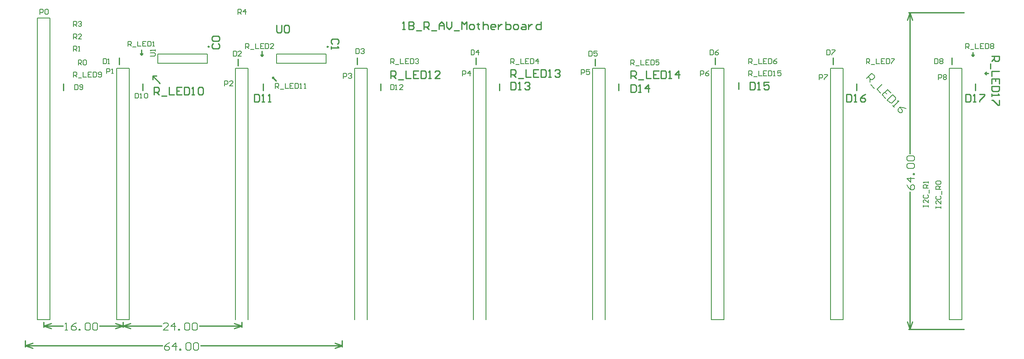
<source format=gto>
%FSLAX42Y42*%
%MOMM*%
G71*
G01*
G75*
%ADD10C,1.00*%
%ADD11R,1.05X1.30*%
%ADD12R,1.30X1.05*%
%ADD13O,0.60X2.20*%
%ADD14C,0.25*%
%ADD15R,1.50X1.50*%
%ADD16C,1.50*%
%ADD17C,3.81*%
%ADD18C,0.61*%
%ADD19C,0.76*%
%ADD20C,0.25*%
%ADD21C,0.20*%
%ADD22C,0.20*%
%ADD23C,0.15*%
D14*
X18325Y6907D02*
X19441D01*
X18325Y507D02*
X19441D01*
X18350Y4050D02*
Y6907D01*
Y507D02*
Y3283D01*
X18299Y6755D02*
X18350Y6907D01*
X18401Y6755D01*
X18350Y507D02*
X18401Y660D01*
X18299D02*
X18350Y507D01*
X4875Y550D02*
Y650D01*
X2475Y550D02*
Y650D01*
X4018Y575D02*
X4875D01*
X2475D02*
X3251D01*
X4723Y626D02*
X4875Y575D01*
X4723Y524D02*
X4875Y575D01*
X2475D02*
X2627Y524D01*
X2475Y575D02*
X2627Y626D01*
X6900Y150D02*
Y275D01*
X500Y150D02*
Y275D01*
X4043Y175D02*
X6900D01*
X500D02*
X3276D01*
X6748Y226D02*
X6900Y175D01*
X6748Y124D02*
X6900Y175D01*
X500D02*
X652Y124D01*
X500Y175D02*
X652Y226D01*
X875Y550D02*
Y650D01*
X2475Y550D02*
Y650D01*
X875Y575D02*
X1264D01*
X2005D02*
X2475D01*
X875D02*
X1027Y524D01*
X875Y575D02*
X1027Y626D01*
X2323D02*
X2475Y575D01*
X2323Y524D02*
X2475Y575D01*
X10075Y5330D02*
Y5470D01*
X7675Y5330D02*
Y5470D01*
X4800Y5830D02*
Y5970D01*
X7200Y5855D02*
Y5995D01*
X9600Y5855D02*
Y5995D01*
X12000Y5830D02*
Y5970D01*
X14425Y5855D02*
Y5995D01*
X16800Y5855D02*
Y5995D01*
X19200Y5855D02*
Y5995D01*
X1275Y5330D02*
Y5470D01*
X2875Y5330D02*
Y5470D01*
X2400Y5855D02*
Y5995D01*
X3075Y5625D02*
X3225Y5475D01*
X3075Y5550D02*
Y5625D01*
X3150D01*
X2850Y6050D02*
Y6150D01*
X2825Y6075D02*
X2850Y6050D01*
X2875Y6075D01*
X5300Y5330D02*
Y5470D01*
X5275Y6025D02*
Y6125D01*
X5250Y6050D02*
X5275Y6025D01*
X5300Y6050D01*
X5492Y5600D02*
X5567Y5525D01*
X5492Y5600D02*
X5517D01*
X5492Y5575D02*
Y5600D01*
X19675Y5330D02*
Y5470D01*
X19862Y5675D02*
X19938D01*
X19862D02*
X19888Y5700D01*
X19862Y5675D02*
X19888Y5650D01*
X19625Y6025D02*
Y6100D01*
X19600Y6050D02*
X19625Y6025D01*
X19650Y6050D01*
X17275Y5330D02*
Y5470D01*
X14900Y5355D02*
Y5495D01*
X12475Y5330D02*
Y5470D01*
X20000Y6025D02*
X20152D01*
Y5949D01*
X20127Y5923D01*
X20076D01*
X20051Y5949D01*
Y6025D01*
Y5974D02*
X20000Y5923D01*
X19975Y5873D02*
Y5771D01*
X20152Y5720D02*
X20000D01*
Y5619D01*
X20152Y5466D02*
Y5568D01*
X20000D01*
Y5466D01*
X20076Y5568D02*
Y5517D01*
X20152Y5416D02*
X20000D01*
Y5339D01*
X20025Y5314D01*
X20127D01*
X20152Y5339D01*
Y5416D01*
X20000Y5263D02*
Y5212D01*
Y5238D01*
X20152D01*
X20127Y5263D01*
X20152Y5136D02*
Y5035D01*
X20127D01*
X20025Y5136D01*
X20000D01*
X12725Y5575D02*
Y5727D01*
X12801D01*
X12827Y5702D01*
Y5651D01*
X12801Y5626D01*
X12725D01*
X12776D02*
X12827Y5575D01*
X12877Y5550D02*
X12979D01*
X13030Y5727D02*
Y5575D01*
X13131D01*
X13284Y5727D02*
X13182D01*
Y5575D01*
X13284D01*
X13182Y5651D02*
X13233D01*
X13334Y5727D02*
Y5575D01*
X13411D01*
X13436Y5600D01*
Y5702D01*
X13411Y5727D01*
X13334D01*
X13487Y5575D02*
X13538D01*
X13512D01*
Y5727D01*
X13487Y5702D01*
X13690Y5575D02*
Y5727D01*
X13614Y5651D01*
X13715D01*
X10300Y5600D02*
Y5752D01*
X10376D01*
X10402Y5727D01*
Y5676D01*
X10376Y5651D01*
X10300D01*
X10351D02*
X10402Y5600D01*
X10452Y5575D02*
X10554D01*
X10605Y5752D02*
Y5600D01*
X10706D01*
X10859Y5752D02*
X10757D01*
Y5600D01*
X10859D01*
X10757Y5676D02*
X10808D01*
X10909Y5752D02*
Y5600D01*
X10986D01*
X11011Y5625D01*
Y5727D01*
X10986Y5752D01*
X10909D01*
X11062Y5600D02*
X11113D01*
X11087D01*
Y5752D01*
X11062Y5727D01*
X11189D02*
X11214Y5752D01*
X11265D01*
X11290Y5727D01*
Y5702D01*
X11265Y5676D01*
X11239D01*
X11265D01*
X11290Y5651D01*
Y5625D01*
X11265Y5600D01*
X11214D01*
X11189Y5625D01*
X7875Y5575D02*
Y5727D01*
X7951D01*
X7977Y5702D01*
Y5651D01*
X7951Y5626D01*
X7875D01*
X7926D02*
X7977Y5575D01*
X8027Y5550D02*
X8129D01*
X8180Y5727D02*
Y5575D01*
X8281D01*
X8434Y5727D02*
X8332D01*
Y5575D01*
X8434D01*
X8332Y5651D02*
X8383D01*
X8484Y5727D02*
Y5575D01*
X8561D01*
X8586Y5600D01*
Y5702D01*
X8561Y5727D01*
X8484D01*
X8637Y5575D02*
X8688D01*
X8662D01*
Y5727D01*
X8637Y5702D01*
X8865Y5575D02*
X8764D01*
X8865Y5677D01*
Y5702D01*
X8840Y5727D01*
X8789D01*
X8764Y5702D01*
X3100Y5250D02*
Y5402D01*
X3176D01*
X3202Y5377D01*
Y5326D01*
X3176Y5301D01*
X3100D01*
X3151D02*
X3202Y5250D01*
X3252Y5225D02*
X3354D01*
X3405Y5402D02*
Y5250D01*
X3506D01*
X3659Y5402D02*
X3557D01*
Y5250D01*
X3659D01*
X3557Y5326D02*
X3608D01*
X3709Y5402D02*
Y5250D01*
X3786D01*
X3811Y5275D01*
Y5377D01*
X3786Y5402D01*
X3709D01*
X3862Y5250D02*
X3913D01*
X3887D01*
Y5402D01*
X3862Y5377D01*
X3989D02*
X4014Y5402D01*
X4065D01*
X4090Y5377D01*
Y5275D01*
X4065Y5250D01*
X4014D01*
X3989Y5275D01*
Y5377D01*
X5575Y6652D02*
Y6525D01*
X5600Y6500D01*
X5651D01*
X5677Y6525D01*
Y6652D01*
X5727Y6627D02*
X5753Y6652D01*
X5804D01*
X5829Y6627D01*
Y6525D01*
X5804Y6500D01*
X5753D01*
X5727Y6525D01*
Y6627D01*
X19475Y5252D02*
Y5100D01*
X19551D01*
X19577Y5125D01*
Y5227D01*
X19551Y5252D01*
X19475D01*
X19627Y5100D02*
X19678D01*
X19653D01*
Y5252D01*
X19627Y5227D01*
X19754Y5252D02*
X19856D01*
Y5227D01*
X19754Y5125D01*
Y5100D01*
X17075Y5252D02*
Y5100D01*
X17151D01*
X17177Y5125D01*
Y5227D01*
X17151Y5252D01*
X17075D01*
X17227Y5100D02*
X17278D01*
X17253D01*
Y5252D01*
X17227Y5227D01*
X17456Y5252D02*
X17405Y5227D01*
X17354Y5176D01*
Y5125D01*
X17380Y5100D01*
X17430D01*
X17456Y5125D01*
Y5151D01*
X17430Y5176D01*
X17354D01*
X15125Y5502D02*
Y5350D01*
X15201D01*
X15227Y5375D01*
Y5477D01*
X15201Y5502D01*
X15125D01*
X15277Y5350D02*
X15328D01*
X15303D01*
Y5502D01*
X15277Y5477D01*
X15506Y5502D02*
X15404D01*
Y5426D01*
X15455Y5452D01*
X15480D01*
X15506Y5426D01*
Y5375D01*
X15480Y5350D01*
X15430D01*
X15404Y5375D01*
X12725Y5452D02*
Y5300D01*
X12801D01*
X12827Y5325D01*
Y5427D01*
X12801Y5452D01*
X12725D01*
X12877Y5300D02*
X12928D01*
X12903D01*
Y5452D01*
X12877Y5427D01*
X13080Y5300D02*
Y5452D01*
X13004Y5376D01*
X13106D01*
X10300Y5502D02*
Y5350D01*
X10376D01*
X10402Y5375D01*
Y5477D01*
X10376Y5502D01*
X10300D01*
X10452Y5350D02*
X10503D01*
X10478D01*
Y5502D01*
X10452Y5477D01*
X10579D02*
X10605Y5502D01*
X10655D01*
X10681Y5477D01*
Y5452D01*
X10655Y5426D01*
X10630D01*
X10655D01*
X10681Y5401D01*
Y5375D01*
X10655Y5350D01*
X10605D01*
X10579Y5375D01*
X5125Y5252D02*
Y5100D01*
X5201D01*
X5227Y5125D01*
Y5227D01*
X5201Y5252D01*
X5125D01*
X5277Y5100D02*
X5328D01*
X5303D01*
Y5252D01*
X5277Y5227D01*
X5404Y5100D02*
X5455D01*
X5430D01*
Y5252D01*
X5404Y5227D01*
X4298Y6277D02*
X4273Y6251D01*
Y6200D01*
X4298Y6175D01*
X4400D01*
X4425Y6200D01*
Y6251D01*
X4400Y6277D01*
X4298Y6327D02*
X4273Y6353D01*
Y6404D01*
X4298Y6429D01*
X4400D01*
X4425Y6404D01*
Y6353D01*
X4400Y6327D01*
X4298D01*
X6802Y6273D02*
X6827Y6299D01*
Y6350D01*
X6802Y6375D01*
X6700D01*
X6675Y6350D01*
Y6299D01*
X6700Y6273D01*
X6675Y6223D02*
Y6172D01*
Y6197D01*
X6827D01*
X6802Y6223D01*
X8113Y6568D02*
X8164D01*
X8138D01*
Y6721D01*
X8113Y6695D01*
X8240Y6721D02*
Y6568D01*
X8316D01*
X8341Y6594D01*
Y6619D01*
X8316Y6645D01*
X8240D01*
X8316D01*
X8341Y6670D01*
Y6695D01*
X8316Y6721D01*
X8240D01*
X8392Y6543D02*
X8494D01*
X8544Y6568D02*
Y6721D01*
X8621D01*
X8646Y6695D01*
Y6645D01*
X8621Y6619D01*
X8544D01*
X8595D02*
X8646Y6568D01*
X8697Y6543D02*
X8798D01*
X8849Y6568D02*
Y6670D01*
X8900Y6721D01*
X8951Y6670D01*
Y6568D01*
Y6645D01*
X8849D01*
X9001Y6721D02*
Y6619D01*
X9052Y6568D01*
X9103Y6619D01*
Y6721D01*
X9154Y6543D02*
X9255D01*
X9306Y6568D02*
Y6721D01*
X9357Y6670D01*
X9408Y6721D01*
Y6568D01*
X9484D02*
X9535D01*
X9560Y6594D01*
Y6645D01*
X9535Y6670D01*
X9484D01*
X9459Y6645D01*
Y6594D01*
X9484Y6568D01*
X9636Y6695D02*
Y6670D01*
X9611D01*
X9662D01*
X9636D01*
Y6594D01*
X9662Y6568D01*
X9738Y6721D02*
Y6568D01*
Y6645D01*
X9763Y6670D01*
X9814D01*
X9839Y6645D01*
Y6568D01*
X9966D02*
X9916D01*
X9890Y6594D01*
Y6645D01*
X9916Y6670D01*
X9966D01*
X9992Y6645D01*
Y6619D01*
X9890D01*
X10043Y6670D02*
Y6568D01*
Y6619D01*
X10068Y6645D01*
X10093Y6670D01*
X10119D01*
X10195Y6721D02*
Y6568D01*
X10271D01*
X10296Y6594D01*
Y6619D01*
Y6645D01*
X10271Y6670D01*
X10195D01*
X10373Y6568D02*
X10423D01*
X10449Y6594D01*
Y6645D01*
X10423Y6670D01*
X10373D01*
X10347Y6645D01*
Y6594D01*
X10373Y6568D01*
X10525Y6670D02*
X10576D01*
X10601Y6645D01*
Y6568D01*
X10525D01*
X10500Y6594D01*
X10525Y6619D01*
X10601D01*
X10652Y6670D02*
Y6568D01*
Y6619D01*
X10677Y6645D01*
X10703Y6670D01*
X10728D01*
X10906Y6721D02*
Y6568D01*
X10830D01*
X10804Y6594D01*
Y6645D01*
X10830Y6670D01*
X10906D01*
D20*
X4217Y6215D02*
G03*
X4217Y6215I-12J0D01*
G01*
X6617D02*
G03*
X6617Y6215I-12J0D01*
G01*
D21*
X3175Y6065D02*
X4175D01*
X3175Y5885D02*
X4175D01*
Y6065D01*
X3175Y5885D02*
Y6065D01*
X19148Y5778D02*
X19402D01*
Y698D02*
Y5778D01*
X19148Y698D02*
X19402D01*
X19148D02*
Y889D01*
Y5778D01*
X2348D02*
X2602D01*
Y698D02*
Y5778D01*
X2348Y698D02*
X2602D01*
X2348D02*
Y889D01*
Y5778D01*
X4748D02*
X5002D01*
Y698D02*
Y5778D01*
X4748Y698D02*
Y889D01*
Y5778D01*
X7148D02*
X7402D01*
Y698D02*
Y5778D01*
X7148Y698D02*
Y889D01*
Y5778D01*
X9548D02*
X9802D01*
Y698D02*
Y5778D01*
X9548Y698D02*
Y889D01*
Y5778D01*
X11948D02*
X12202D01*
Y698D02*
Y5778D01*
X11948Y698D02*
Y889D01*
Y5778D01*
X14348D02*
X14602D01*
Y698D02*
Y5778D01*
X14348Y698D02*
X14602D01*
X14348D02*
Y889D01*
Y5778D01*
X16748D02*
X17002D01*
Y698D02*
Y5778D01*
X16748Y698D02*
X17002D01*
X16748D02*
Y889D01*
Y5778D01*
X748Y889D02*
Y6794D01*
Y698D02*
Y889D01*
Y698D02*
X1002D01*
Y6794D01*
X748D02*
X1002D01*
X5575Y5885D02*
Y6065D01*
X6575Y5885D02*
Y6065D01*
X5575Y5885D02*
X6575D01*
X5575Y6065D02*
X6575D01*
X18625Y2975D02*
Y3008D01*
Y2992D01*
X18725D01*
Y2975D01*
Y3008D01*
Y3125D02*
Y3058D01*
X18658Y3125D01*
X18642D01*
X18625Y3108D01*
Y3075D01*
X18642Y3058D01*
Y3225D02*
X18625Y3208D01*
Y3175D01*
X18642Y3158D01*
X18708D01*
X18725Y3175D01*
Y3208D01*
X18708Y3225D01*
X18742Y3258D02*
Y3325D01*
X18725Y3358D02*
X18625D01*
Y3408D01*
X18642Y3425D01*
X18675D01*
X18692Y3408D01*
Y3358D01*
Y3392D02*
X18725Y3425D01*
Y3458D02*
Y3492D01*
Y3475D01*
X18625D01*
X18642Y3458D01*
X18875Y2950D02*
Y2983D01*
Y2967D01*
X18975D01*
Y2950D01*
Y2983D01*
Y3100D02*
Y3033D01*
X18908Y3100D01*
X18892D01*
X18875Y3083D01*
Y3050D01*
X18892Y3033D01*
Y3200D02*
X18875Y3183D01*
Y3150D01*
X18892Y3133D01*
X18958D01*
X18975Y3150D01*
Y3183D01*
X18958Y3200D01*
X18992Y3233D02*
Y3300D01*
X18975Y3333D02*
X18875D01*
Y3383D01*
X18892Y3400D01*
X18925D01*
X18942Y3383D01*
Y3333D01*
Y3367D02*
X18975Y3400D01*
X18892Y3433D02*
X18875Y3450D01*
Y3483D01*
X18892Y3500D01*
X18958D01*
X18975Y3483D01*
Y3450D01*
X18958Y3433D01*
X18892D01*
X5550Y5375D02*
Y5475D01*
X5600D01*
X5617Y5458D01*
Y5425D01*
X5600Y5408D01*
X5550D01*
X5583D02*
X5617Y5375D01*
X5650Y5358D02*
X5717D01*
X5750Y5475D02*
Y5375D01*
X5817D01*
X5917Y5475D02*
X5850D01*
Y5375D01*
X5917D01*
X5850Y5425D02*
X5883D01*
X5950Y5475D02*
Y5375D01*
X6000D01*
X6017Y5392D01*
Y5458D01*
X6000Y5475D01*
X5950D01*
X6050Y5375D02*
X6083D01*
X6067D01*
Y5475D01*
X6050Y5458D01*
X6133Y5375D02*
X6166D01*
X6150D01*
Y5475D01*
X6133Y5458D01*
X7875Y5875D02*
Y5975D01*
X7925D01*
X7942Y5958D01*
Y5925D01*
X7925Y5908D01*
X7875D01*
X7908D02*
X7942Y5875D01*
X7975Y5858D02*
X8042D01*
X8075Y5975D02*
Y5875D01*
X8142D01*
X8242Y5975D02*
X8175D01*
Y5875D01*
X8242D01*
X8175Y5925D02*
X8208D01*
X8275Y5975D02*
Y5875D01*
X8325D01*
X8342Y5892D01*
Y5958D01*
X8325Y5975D01*
X8275D01*
X8375Y5958D02*
X8392Y5975D01*
X8425D01*
X8441Y5958D01*
Y5942D01*
X8425Y5925D01*
X8408D01*
X8425D01*
X8441Y5908D01*
Y5892D01*
X8425Y5875D01*
X8392D01*
X8375Y5892D01*
X1475Y5600D02*
Y5700D01*
X1525D01*
X1542Y5683D01*
Y5650D01*
X1525Y5633D01*
X1475D01*
X1508D02*
X1542Y5600D01*
X1575Y5583D02*
X1642D01*
X1675Y5700D02*
Y5600D01*
X1742D01*
X1842Y5700D02*
X1775D01*
Y5600D01*
X1842D01*
X1775Y5650D02*
X1808D01*
X1875Y5700D02*
Y5600D01*
X1925D01*
X1942Y5617D01*
Y5683D01*
X1925Y5700D01*
X1875D01*
X1975Y5617D02*
X1992Y5600D01*
X2025D01*
X2041Y5617D01*
Y5683D01*
X2025Y5700D01*
X1992D01*
X1975Y5683D01*
Y5667D01*
X1992Y5650D01*
X2041D01*
X19475Y6175D02*
Y6275D01*
X19525D01*
X19542Y6258D01*
Y6225D01*
X19525Y6208D01*
X19475D01*
X19508D02*
X19542Y6175D01*
X19575Y6158D02*
X19642D01*
X19675Y6275D02*
Y6175D01*
X19742D01*
X19842Y6275D02*
X19775D01*
Y6175D01*
X19842D01*
X19775Y6225D02*
X19808D01*
X19875Y6275D02*
Y6175D01*
X19925D01*
X19942Y6192D01*
Y6258D01*
X19925Y6275D01*
X19875D01*
X19975Y6258D02*
X19991Y6275D01*
X20025D01*
X20041Y6258D01*
Y6242D01*
X20025Y6225D01*
X20041Y6208D01*
Y6192D01*
X20025Y6175D01*
X19991D01*
X19975Y6192D01*
Y6208D01*
X19991Y6225D01*
X19975Y6242D01*
Y6258D01*
X19991Y6225D02*
X20025D01*
X17475Y5875D02*
Y5975D01*
X17525D01*
X17542Y5958D01*
Y5925D01*
X17525Y5908D01*
X17475D01*
X17508D02*
X17542Y5875D01*
X17575Y5858D02*
X17642D01*
X17675Y5975D02*
Y5875D01*
X17742D01*
X17842Y5975D02*
X17775D01*
Y5875D01*
X17842D01*
X17775Y5925D02*
X17808D01*
X17875Y5975D02*
Y5875D01*
X17925D01*
X17942Y5892D01*
Y5958D01*
X17925Y5975D01*
X17875D01*
X17975D02*
X18041D01*
Y5958D01*
X17975Y5892D01*
Y5875D01*
X15100D02*
Y5975D01*
X15150D01*
X15167Y5958D01*
Y5925D01*
X15150Y5908D01*
X15100D01*
X15133D02*
X15167Y5875D01*
X15200Y5858D02*
X15267D01*
X15300Y5975D02*
Y5875D01*
X15367D01*
X15467Y5975D02*
X15400D01*
Y5875D01*
X15467D01*
X15400Y5925D02*
X15433D01*
X15500Y5975D02*
Y5875D01*
X15550D01*
X15567Y5892D01*
Y5958D01*
X15550Y5975D01*
X15500D01*
X15666D02*
X15633Y5958D01*
X15600Y5925D01*
Y5892D01*
X15616Y5875D01*
X15650D01*
X15666Y5892D01*
Y5908D01*
X15650Y5925D01*
X15600D01*
X12725Y5850D02*
Y5950D01*
X12775D01*
X12792Y5933D01*
Y5900D01*
X12775Y5883D01*
X12725D01*
X12758D02*
X12792Y5850D01*
X12825Y5833D02*
X12892D01*
X12925Y5950D02*
Y5850D01*
X12992D01*
X13092Y5950D02*
X13025D01*
Y5850D01*
X13092D01*
X13025Y5900D02*
X13058D01*
X13125Y5950D02*
Y5850D01*
X13175D01*
X13192Y5867D01*
Y5933D01*
X13175Y5950D01*
X13125D01*
X13291D02*
X13225D01*
Y5900D01*
X13258Y5917D01*
X13275D01*
X13291Y5900D01*
Y5867D01*
X13275Y5850D01*
X13241D01*
X13225Y5867D01*
X10300Y5875D02*
Y5975D01*
X10350D01*
X10367Y5958D01*
Y5925D01*
X10350Y5908D01*
X10300D01*
X10333D02*
X10367Y5875D01*
X10400Y5858D02*
X10467D01*
X10500Y5975D02*
Y5875D01*
X10567D01*
X10667Y5975D02*
X10600D01*
Y5875D01*
X10667D01*
X10600Y5925D02*
X10633D01*
X10700Y5975D02*
Y5875D01*
X10750D01*
X10767Y5892D01*
Y5958D01*
X10750Y5975D01*
X10700D01*
X10850Y5875D02*
Y5975D01*
X10800Y5925D01*
X10866D01*
X15100Y5625D02*
Y5725D01*
X15150D01*
X15167Y5708D01*
Y5675D01*
X15150Y5658D01*
X15100D01*
X15133D02*
X15167Y5625D01*
X15200Y5608D02*
X15267D01*
X15300Y5725D02*
Y5625D01*
X15367D01*
X15467Y5725D02*
X15400D01*
Y5625D01*
X15467D01*
X15400Y5675D02*
X15433D01*
X15500Y5725D02*
Y5625D01*
X15550D01*
X15567Y5642D01*
Y5708D01*
X15550Y5725D01*
X15500D01*
X15600Y5625D02*
X15633D01*
X15616D01*
Y5725D01*
X15600Y5708D01*
X15750Y5725D02*
X15683D01*
Y5675D01*
X15716Y5692D01*
X15733D01*
X15750Y5675D01*
Y5642D01*
X15733Y5625D01*
X15700D01*
X15683Y5642D01*
X4950Y6175D02*
Y6275D01*
X5000D01*
X5017Y6258D01*
Y6225D01*
X5000Y6208D01*
X4950D01*
X4983D02*
X5017Y6175D01*
X5050Y6158D02*
X5117D01*
X5150Y6275D02*
Y6175D01*
X5217D01*
X5317Y6275D02*
X5250D01*
Y6175D01*
X5317D01*
X5250Y6225D02*
X5283D01*
X5350Y6275D02*
Y6175D01*
X5400D01*
X5417Y6192D01*
Y6258D01*
X5400Y6275D01*
X5350D01*
X5516Y6175D02*
X5450D01*
X5516Y6242D01*
Y6258D01*
X5500Y6275D01*
X5467D01*
X5450Y6258D01*
X2575Y6225D02*
Y6325D01*
X2625D01*
X2642Y6308D01*
Y6275D01*
X2625Y6258D01*
X2575D01*
X2608D02*
X2642Y6225D01*
X2675Y6208D02*
X2742D01*
X2775Y6325D02*
Y6225D01*
X2842D01*
X2942Y6325D02*
X2875D01*
Y6225D01*
X2942D01*
X2875Y6275D02*
X2908D01*
X2975Y6325D02*
Y6225D01*
X3025D01*
X3042Y6242D01*
Y6308D01*
X3025Y6325D01*
X2975D01*
X3075Y6225D02*
X3108D01*
X3092D01*
Y6325D01*
X3075Y6308D01*
X4800Y6875D02*
Y6975D01*
X4850D01*
X4867Y6958D01*
Y6925D01*
X4850Y6908D01*
X4800D01*
X4833D02*
X4867Y6875D01*
X4950D02*
Y6975D01*
X4900Y6925D01*
X4967D01*
X1475Y6625D02*
Y6725D01*
X1525D01*
X1542Y6708D01*
Y6675D01*
X1525Y6658D01*
X1475D01*
X1508D02*
X1542Y6625D01*
X1575Y6708D02*
X1592Y6725D01*
X1625D01*
X1642Y6708D01*
Y6692D01*
X1625Y6675D01*
X1608D01*
X1625D01*
X1642Y6658D01*
Y6642D01*
X1625Y6625D01*
X1592D01*
X1575Y6642D01*
X1475Y6375D02*
Y6475D01*
X1525D01*
X1542Y6458D01*
Y6425D01*
X1525Y6408D01*
X1475D01*
X1508D02*
X1542Y6375D01*
X1642D02*
X1575D01*
X1642Y6442D01*
Y6458D01*
X1625Y6475D01*
X1592D01*
X1575Y6458D01*
X1475Y6125D02*
Y6225D01*
X1525D01*
X1542Y6208D01*
Y6175D01*
X1525Y6158D01*
X1475D01*
X1508D02*
X1542Y6125D01*
X1575D02*
X1608D01*
X1592D01*
Y6225D01*
X1575Y6208D01*
X1575Y5850D02*
Y5950D01*
X1625D01*
X1642Y5933D01*
Y5900D01*
X1625Y5883D01*
X1575D01*
X1608D02*
X1642Y5850D01*
X1675Y5933D02*
X1692Y5950D01*
X1725D01*
X1742Y5933D01*
Y5867D01*
X1725Y5850D01*
X1692D01*
X1675Y5867D01*
Y5933D01*
X16525Y5550D02*
Y5650D01*
X16575D01*
X16592Y5633D01*
Y5600D01*
X16575Y5583D01*
X16525D01*
X16625Y5650D02*
X16692D01*
Y5633D01*
X16625Y5567D01*
Y5550D01*
X14125Y5625D02*
Y5725D01*
X14175D01*
X14192Y5708D01*
Y5675D01*
X14175Y5658D01*
X14125D01*
X14292Y5725D02*
X14258Y5708D01*
X14225Y5675D01*
Y5642D01*
X14242Y5625D01*
X14275D01*
X14292Y5642D01*
Y5658D01*
X14275Y5675D01*
X14225D01*
X11725Y5650D02*
Y5750D01*
X11775D01*
X11792Y5733D01*
Y5700D01*
X11775Y5683D01*
X11725D01*
X11892Y5750D02*
X11825D01*
Y5700D01*
X11858Y5717D01*
X11875D01*
X11892Y5700D01*
Y5667D01*
X11875Y5650D01*
X11842D01*
X11825Y5667D01*
X9325Y5625D02*
Y5725D01*
X9375D01*
X9392Y5708D01*
Y5675D01*
X9375Y5658D01*
X9325D01*
X9475Y5625D02*
Y5725D01*
X9425Y5675D01*
X9492D01*
X6925Y5575D02*
Y5675D01*
X6975D01*
X6992Y5658D01*
Y5625D01*
X6975Y5608D01*
X6925D01*
X7025Y5658D02*
X7042Y5675D01*
X7075D01*
X7092Y5658D01*
Y5642D01*
X7075Y5625D01*
X7058D01*
X7075D01*
X7092Y5608D01*
Y5592D01*
X7075Y5575D01*
X7042D01*
X7025Y5592D01*
X4525Y5425D02*
Y5525D01*
X4575D01*
X4592Y5508D01*
Y5475D01*
X4575Y5458D01*
X4525D01*
X4692Y5425D02*
X4625D01*
X4692Y5492D01*
Y5508D01*
X4675Y5525D01*
X4642D01*
X4625Y5508D01*
X2150Y5675D02*
Y5775D01*
X2200D01*
X2217Y5758D01*
Y5725D01*
X2200Y5708D01*
X2150D01*
X2250Y5675D02*
X2283D01*
X2267D01*
Y5775D01*
X2250Y5758D01*
X800Y6875D02*
Y6975D01*
X850D01*
X867Y6958D01*
Y6925D01*
X850Y6908D01*
X800D01*
X900Y6958D02*
X917Y6975D01*
X950D01*
X967Y6958D01*
Y6892D01*
X950Y6875D01*
X917D01*
X900Y6892D01*
Y6958D01*
X2075Y5975D02*
Y5875D01*
X2125D01*
X2142Y5892D01*
Y5958D01*
X2125Y5975D01*
X2075D01*
X2175Y5875D02*
X2208D01*
X2192D01*
Y5975D01*
X2175Y5958D01*
X2725Y5275D02*
Y5175D01*
X2775D01*
X2792Y5192D01*
Y5258D01*
X2775Y5275D01*
X2725D01*
X2825Y5175D02*
X2858D01*
X2842D01*
Y5275D01*
X2825Y5258D01*
X2908D02*
X2925Y5275D01*
X2958D01*
X2975Y5258D01*
Y5192D01*
X2958Y5175D01*
X2925D01*
X2908Y5192D01*
Y5258D01*
X1500Y5450D02*
Y5350D01*
X1550D01*
X1567Y5367D01*
Y5433D01*
X1550Y5450D01*
X1500D01*
X1600Y5367D02*
X1617Y5350D01*
X1650D01*
X1667Y5367D01*
Y5433D01*
X1650Y5450D01*
X1617D01*
X1600Y5433D01*
Y5417D01*
X1617Y5400D01*
X1667D01*
X18850Y5975D02*
Y5875D01*
X18900D01*
X18917Y5892D01*
Y5958D01*
X18900Y5975D01*
X18850D01*
X18950Y5958D02*
X18967Y5975D01*
X19000D01*
X19017Y5958D01*
Y5942D01*
X19000Y5925D01*
X19017Y5908D01*
Y5892D01*
X19000Y5875D01*
X18967D01*
X18950Y5892D01*
Y5908D01*
X18967Y5925D01*
X18950Y5942D01*
Y5958D01*
X18967Y5925D02*
X19000D01*
X16675Y6150D02*
Y6050D01*
X16725D01*
X16742Y6067D01*
Y6133D01*
X16725Y6150D01*
X16675D01*
X16775D02*
X16842D01*
Y6133D01*
X16775Y6067D01*
Y6050D01*
X14325Y6150D02*
Y6050D01*
X14375D01*
X14392Y6067D01*
Y6133D01*
X14375Y6150D01*
X14325D01*
X14492D02*
X14458Y6133D01*
X14425Y6100D01*
Y6067D01*
X14442Y6050D01*
X14475D01*
X14492Y6067D01*
Y6083D01*
X14475Y6100D01*
X14425D01*
X11875Y6125D02*
Y6025D01*
X11925D01*
X11942Y6042D01*
Y6108D01*
X11925Y6125D01*
X11875D01*
X12042D02*
X11975D01*
Y6075D01*
X12008Y6092D01*
X12025D01*
X12042Y6075D01*
Y6042D01*
X12025Y6025D01*
X11992D01*
X11975Y6042D01*
X9500Y6150D02*
Y6050D01*
X9550D01*
X9567Y6067D01*
Y6133D01*
X9550Y6150D01*
X9500D01*
X9650Y6050D02*
Y6150D01*
X9600Y6100D01*
X9667D01*
X7175Y6175D02*
Y6075D01*
X7225D01*
X7242Y6092D01*
Y6158D01*
X7225Y6175D01*
X7175D01*
X7275Y6158D02*
X7292Y6175D01*
X7325D01*
X7342Y6158D01*
Y6142D01*
X7325Y6125D01*
X7308D01*
X7325D01*
X7342Y6108D01*
Y6092D01*
X7325Y6075D01*
X7292D01*
X7275Y6092D01*
X4700Y6125D02*
Y6025D01*
X4750D01*
X4767Y6042D01*
Y6108D01*
X4750Y6125D01*
X4700D01*
X4867Y6025D02*
X4800D01*
X4867Y6092D01*
Y6108D01*
X4850Y6125D01*
X4817D01*
X4800Y6108D01*
X7875Y5450D02*
Y5350D01*
X7925D01*
X7942Y5367D01*
Y5433D01*
X7925Y5450D01*
X7875D01*
X7975Y5350D02*
X8008D01*
X7992D01*
Y5450D01*
X7975Y5433D01*
X8125Y5350D02*
X8058D01*
X8125Y5417D01*
Y5433D01*
X8108Y5450D01*
X8075D01*
X8058Y5433D01*
X3025Y6025D02*
X3108D01*
X3125Y6042D01*
Y6075D01*
X3108Y6092D01*
X3025D01*
X3125Y6125D02*
Y6158D01*
Y6142D01*
X3025D01*
X3042Y6125D01*
X18925Y5550D02*
Y5650D01*
X18975D01*
X18992Y5633D01*
Y5600D01*
X18975Y5583D01*
X18925D01*
X19025Y5633D02*
X19042Y5650D01*
X19075D01*
X19092Y5633D01*
Y5617D01*
X19075Y5600D01*
X19092Y5583D01*
Y5567D01*
X19075Y5550D01*
X19042D01*
X19025Y5567D01*
Y5583D01*
X19042Y5600D01*
X19025Y5617D01*
Y5633D01*
X19042Y5600D02*
X19075D01*
D22*
X17475Y5575D02*
X17585Y5681D01*
X17638Y5626D01*
X17637Y5590D01*
X17600Y5555D01*
X17564Y5555D01*
X17512Y5610D01*
X17547Y5574D02*
X17546Y5502D01*
X17563Y5448D02*
X17633Y5375D01*
X17796Y5462D02*
X17687Y5356D01*
X17757Y5283D01*
X17973Y5279D02*
X17902Y5352D01*
X17792Y5246D01*
X17863Y5173D01*
X17847Y5299D02*
X17883Y5263D01*
X18008Y5242D02*
X17898Y5137D01*
X17951Y5082D01*
X17987Y5081D01*
X18060Y5152D01*
X18061Y5188D01*
X18008Y5242D01*
X18004Y5027D02*
X18039Y4990D01*
X18022Y5009D01*
X18131Y5115D01*
X18095Y5115D01*
X18272Y4968D02*
X18219Y4987D01*
X18147Y4989D01*
X18111Y4953D01*
X18110Y4917D01*
X18145Y4881D01*
X18181Y4880D01*
X18199Y4898D01*
X18200Y4934D01*
X18147Y4989D01*
D23*
X18289Y3425D02*
X18314Y3375D01*
X18365Y3324D01*
X18416D01*
X18441Y3349D01*
Y3400D01*
X18416Y3425D01*
X18391D01*
X18365Y3400D01*
Y3324D01*
X18441Y3552D02*
X18289D01*
X18365Y3476D01*
Y3578D01*
X18441Y3628D02*
X18416D01*
Y3654D01*
X18441D01*
Y3628D01*
X18314Y3755D02*
X18289Y3781D01*
Y3832D01*
X18314Y3857D01*
X18416D01*
X18441Y3832D01*
Y3781D01*
X18416Y3755D01*
X18314D01*
Y3908D02*
X18289Y3933D01*
Y3984D01*
X18314Y4009D01*
X18416D01*
X18441Y3984D01*
Y3933D01*
X18416Y3908D01*
X18314D01*
X3393Y484D02*
X3292D01*
X3393Y585D01*
Y611D01*
X3368Y636D01*
X3317D01*
X3292Y611D01*
X3520Y484D02*
Y636D01*
X3444Y560D01*
X3545D01*
X3596Y484D02*
Y509D01*
X3622D01*
Y484D01*
X3596D01*
X3723Y611D02*
X3749Y636D01*
X3799D01*
X3825Y611D01*
Y509D01*
X3799Y484D01*
X3749D01*
X3723Y509D01*
Y611D01*
X3876D02*
X3901Y636D01*
X3952D01*
X3977Y611D01*
Y509D01*
X3952Y484D01*
X3901D01*
X3876Y509D01*
Y611D01*
X3418Y236D02*
X3367Y211D01*
X3317Y160D01*
Y109D01*
X3342Y84D01*
X3393D01*
X3418Y109D01*
Y134D01*
X3393Y160D01*
X3317D01*
X3545Y84D02*
Y236D01*
X3469Y160D01*
X3570D01*
X3621Y84D02*
Y109D01*
X3647D01*
Y84D01*
X3621D01*
X3748Y211D02*
X3774Y236D01*
X3824D01*
X3850Y211D01*
Y109D01*
X3824Y84D01*
X3774D01*
X3748Y109D01*
Y211D01*
X3901D02*
X3926Y236D01*
X3977D01*
X4002Y211D01*
Y109D01*
X3977Y84D01*
X3926D01*
X3901Y109D01*
Y211D01*
X1304Y484D02*
X1355D01*
X1330D01*
Y636D01*
X1304Y611D01*
X1533Y636D02*
X1482Y611D01*
X1431Y560D01*
Y509D01*
X1457Y484D01*
X1507D01*
X1533Y509D01*
Y534D01*
X1507Y560D01*
X1431D01*
X1584Y484D02*
Y509D01*
X1609D01*
Y484D01*
X1584D01*
X1711Y611D02*
X1736Y636D01*
X1787D01*
X1812Y611D01*
Y509D01*
X1787Y484D01*
X1736D01*
X1711Y509D01*
Y611D01*
X1863D02*
X1888Y636D01*
X1939D01*
X1964Y611D01*
Y509D01*
X1939Y484D01*
X1888D01*
X1863Y509D01*
Y611D01*
M02*

</source>
